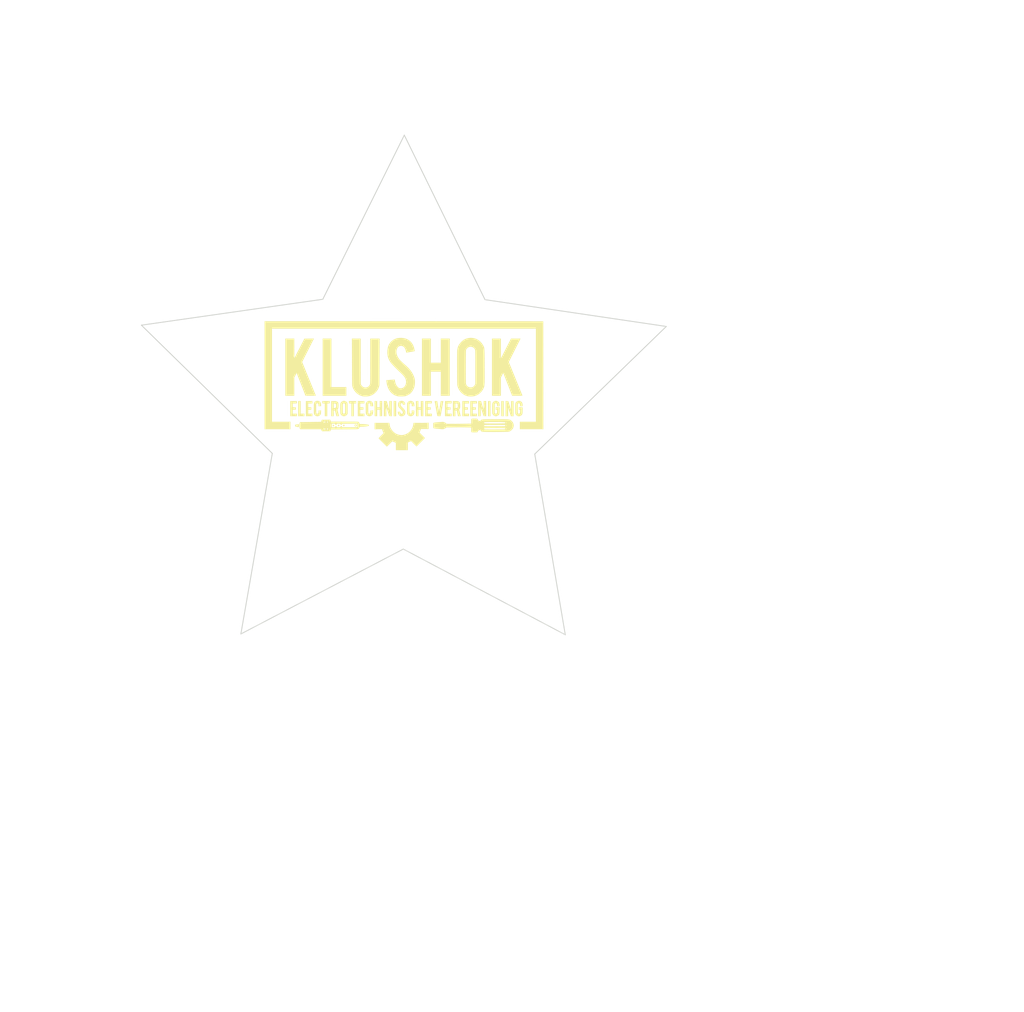
<source format=kicad_pcb>
(kicad_pcb (version 20171130) (host pcbnew "(5.1.9)-1")

  (general
    (thickness 1.6)
    (drawings 14)
    (tracks 0)
    (zones 0)
    (modules 2)
    (nets 1)
  )

  (page A4)
  (layers
    (0 F.Cu signal)
    (31 B.Cu signal)
    (32 B.Adhes user)
    (33 F.Adhes user)
    (34 B.Paste user)
    (35 F.Paste user)
    (36 B.SilkS user)
    (37 F.SilkS user)
    (38 B.Mask user)
    (39 F.Mask user)
    (40 Dwgs.User user)
    (41 Cmts.User user)
    (42 Eco1.User user)
    (43 Eco2.User user)
    (44 Edge.Cuts user)
    (45 Margin user)
    (46 B.CrtYd user)
    (47 F.CrtYd user)
    (48 B.Fab user)
    (49 F.Fab user)
  )

  (setup
    (last_trace_width 0.25)
    (trace_clearance 0.2)
    (zone_clearance 0.508)
    (zone_45_only no)
    (trace_min 0.2)
    (via_size 0.6)
    (via_drill 0.4)
    (via_min_size 0.4)
    (via_min_drill 0.3)
    (uvia_size 0.3)
    (uvia_drill 0.1)
    (uvias_allowed no)
    (uvia_min_size 0.2)
    (uvia_min_drill 0.1)
    (edge_width 0.15)
    (segment_width 0.2)
    (pcb_text_width 0.3)
    (pcb_text_size 1.5 1.5)
    (mod_edge_width 0.15)
    (mod_text_size 1 1)
    (mod_text_width 0.15)
    (pad_size 1.524 1.524)
    (pad_drill 0.762)
    (pad_to_mask_clearance 0.2)
    (aux_axis_origin 0 0)
    (visible_elements 7FFFFFFF)
    (pcbplotparams
      (layerselection 0x010f0_80000001)
      (usegerberextensions false)
      (usegerberattributes true)
      (usegerberadvancedattributes true)
      (creategerberjobfile true)
      (excludeedgelayer true)
      (linewidth 0.100000)
      (plotframeref false)
      (viasonmask false)
      (mode 1)
      (useauxorigin false)
      (hpglpennumber 1)
      (hpglpenspeed 20)
      (hpglpendiameter 15.000000)
      (psnegative false)
      (psa4output false)
      (plotreference true)
      (plotvalue true)
      (plotinvisibletext false)
      (padsonsilk false)
      (subtractmaskfromsilk false)
      (outputformat 1)
      (mirror false)
      (drillshape 1)
      (scaleselection 1)
      (outputdirectory "gerbers/"))
  )

  (net 0 "")

  (net_class Default "This is the default net class."
    (clearance 0.2)
    (trace_width 0.25)
    (via_dia 0.6)
    (via_drill 0.4)
    (uvia_dia 0.3)
    (uvia_drill 0.1)
  )

  (module LOGO (layer F.Cu) (tedit 0) (tstamp 6130C5A4)
    (at 42.5 42)
    (fp_text reference G*** (at 0 0) (layer F.SilkS) hide
      (effects (font (size 1.524 1.524) (thickness 0.3)))
    )
    (fp_text value LOGO (at 0.75 0) (layer F.SilkS) hide
      (effects (font (size 1.524 1.524) (thickness 0.3)))
    )
    (fp_poly (pts (xy -6.701589 4.224781) (xy -6.66554 4.257953) (xy -6.653352 4.307904) (xy -6.668343 4.350766)
      (xy -6.70765 4.374288) (xy -6.759092 4.381405) (xy -6.799541 4.369229) (xy -6.801555 4.367389)
      (xy -6.819631 4.324946) (xy -6.807905 4.277904) (xy -6.77524 4.238907) (xy -6.730498 4.220597)
      (xy -6.701589 4.224781)) (layer F.SilkS) (width 0.01))
    (fp_poly (pts (xy -7.278531 4.234833) (xy -7.245903 4.271229) (xy -7.243023 4.314132) (xy -7.255896 4.355624)
      (xy -7.290582 4.373741) (xy -7.316566 4.377415) (xy -7.368336 4.375133) (xy -7.393454 4.351314)
      (xy -7.396421 4.343355) (xy -7.400064 4.281827) (xy -7.374027 4.238512) (xy -7.327444 4.221818)
      (xy -7.278531 4.234833)) (layer F.SilkS) (width 0.01))
    (fp_poly (pts (xy -7.853307 4.248781) (xy -7.826926 4.28631) (xy -7.829306 4.3327) (xy -7.863145 4.374729)
      (xy -7.875359 4.382228) (xy -7.913585 4.390662) (xy -7.952341 4.366481) (xy -7.958666 4.360334)
      (xy -7.98573 4.311242) (xy -7.976516 4.266155) (xy -7.936224 4.237554) (xy -7.90575 4.233334)
      (xy -7.853307 4.248781)) (layer F.SilkS) (width 0.01))
    (fp_poly (pts (xy -5.348268 4.185718) (xy -5.312833 4.212167) (xy -5.275615 4.270645) (xy -5.279649 4.333131)
      (xy -5.30345 4.37679) (xy -5.349557 4.411556) (xy -5.412048 4.424283) (xy -5.47248 4.41367)
      (xy -5.504269 4.390956) (xy -5.524074 4.346576) (xy -5.530982 4.296834) (xy -5.418666 4.296834)
      (xy -5.410922 4.314256) (xy -5.404555 4.310945) (xy -5.402022 4.285825) (xy -5.404555 4.282722)
      (xy -5.417139 4.285628) (xy -5.418666 4.296834) (xy -5.530982 4.296834) (xy -5.531555 4.29271)
      (xy -5.514426 4.227657) (xy -5.470602 4.185355) (xy -5.411433 4.169982) (xy -5.348268 4.185718)) (layer F.SilkS) (width 0.01))
    (fp_poly (pts (xy 10.879967 -4.323291) (xy 10.880268 -3.20675) (xy 11.453077 -4.323291) (xy 12.025886 -5.439833)
      (xy 13.082261 -5.439833) (xy 12.425464 -4.130113) (xy 12.315637 -3.910943) (xy 12.211564 -3.70294)
      (xy 12.114775 -3.509183) (xy 12.026802 -3.332749) (xy 11.949174 -3.176718) (xy 11.883422 -3.044169)
      (xy 11.831076 -2.93818) (xy 11.793666 -2.861831) (xy 11.772724 -2.818199) (xy 11.768667 -2.808823)
      (xy 11.776491 -2.787996) (xy 11.799232 -2.730692) (xy 11.835789 -2.63962) (xy 11.885065 -2.51749)
      (xy 11.94596 -2.36701) (xy 12.017376 -2.190891) (xy 12.098212 -1.991841) (xy 12.187371 -1.772571)
      (xy 12.283753 -1.535789) (xy 12.386259 -1.284205) (xy 12.493791 -1.02053) (xy 12.530667 -0.93016)
      (xy 12.639672 -0.662877) (xy 12.744016 -0.406651) (xy 12.842597 -0.164203) (xy 12.934317 0.061744)
      (xy 13.018074 0.268467) (xy 13.092769 0.453242) (xy 13.157301 0.613348) (xy 13.210571 0.746062)
      (xy 13.251477 0.848661) (xy 13.27892 0.918421) (xy 13.2918 0.952621) (xy 13.292667 0.95564)
      (xy 13.272352 0.960499) (xy 13.214799 0.964438) (xy 13.125096 0.96734) (xy 13.008331 0.96909)
      (xy 12.869591 0.969571) (xy 12.718688 0.968715) (xy 12.144709 0.963084) (xy 11.765589 -0.010583)
      (xy 11.68574 -0.215634) (xy 11.606514 -0.419051) (xy 11.530054 -0.615331) (xy 11.458503 -0.798975)
      (xy 11.394005 -0.96448) (xy 11.338704 -1.106345) (xy 11.294743 -1.21907) (xy 11.267293 -1.289404)
      (xy 11.148115 -1.594558) (xy 11.014991 -1.331737) (xy 10.881866 -1.068916) (xy 10.880767 -0.047625)
      (xy 10.879667 0.973667) (xy 9.884834 0.973667) (xy 9.884834 -5.439833) (xy 10.879667 -5.439833)
      (xy 10.879967 -4.323291)) (layer F.SilkS) (width 0.01))
    (fp_poly (pts (xy 3.026834 -2.7305) (xy 4.148667 -2.7305) (xy 4.148667 -5.439833) (xy 5.1435 -5.439833)
      (xy 5.1435 0.973667) (xy 4.148667 0.973667) (xy 4.148667 -1.735666) (xy 3.026834 -1.735666)
      (xy 3.026834 0.973667) (xy 2.032 0.973667) (xy 2.032 -5.439833) (xy 3.026834 -5.439833)
      (xy 3.026834 -2.7305)) (layer F.SilkS) (width 0.01))
    (fp_poly (pts (xy -8.128 0) (xy -6.455833 0) (xy -6.455833 0.973667) (xy -9.101666 0.973667)
      (xy -9.101666 -5.439833) (xy -8.128 -5.439833) (xy -8.128 0)) (layer F.SilkS) (width 0.01))
    (fp_poly (pts (xy -10.751341 -4.133158) (xy -10.861418 -3.914146) (xy -10.965717 -3.706197) (xy -11.062704 -3.5124)
      (xy -11.150841 -3.335847) (xy -11.228592 -3.179627) (xy -11.294422 -3.04683) (xy -11.346793 -2.940546)
      (xy -11.384171 -2.863865) (xy -11.405018 -2.819878) (xy -11.408977 -2.810278) (xy -11.401125 -2.788878)
      (xy -11.378348 -2.731029) (xy -11.341753 -2.639462) (xy -11.292446 -2.516908) (xy -11.231535 -2.366098)
      (xy -11.160124 -2.189764) (xy -11.079321 -1.990636) (xy -10.990231 -1.771447) (xy -10.893962 -1.534927)
      (xy -10.79162 -1.283808) (xy -10.684311 -1.02082) (xy -10.654416 -0.947612) (xy -10.545701 -0.68129)
      (xy -10.441467 -0.425694) (xy -10.342841 -0.183596) (xy -10.250947 0.042229) (xy -10.166912 0.249005)
      (xy -10.091861 0.433958) (xy -10.02692 0.594315) (xy -9.973214 0.7273) (xy -9.931869 0.830138)
      (xy -9.904011 0.900056) (xy -9.890764 0.934279) (xy -9.889858 0.93697) (xy -9.889042 0.948049)
      (xy -9.896373 0.956615) (xy -9.916412 0.962925) (xy -9.953719 0.967235) (xy -10.012854 0.969798)
      (xy -10.098378 0.970871) (xy -10.214851 0.97071) (xy -10.366833 0.969569) (xy -10.456679 0.96872)
      (xy -11.033642 0.963084) (xy -11.452437 -0.111149) (xy -11.534215 -0.320937) (xy -11.613692 -0.524867)
      (xy -11.689098 -0.718394) (xy -11.758665 -0.896976) (xy -11.820622 -1.05607) (xy -11.873201 -1.191134)
      (xy -11.914632 -1.297625) (xy -11.943146 -1.371) (xy -11.950419 -1.38975) (xy -12.029605 -1.594119)
      (xy -12.162619 -1.331518) (xy -12.295634 -1.068916) (xy -12.296733 -0.047625) (xy -12.297833 0.973667)
      (xy -13.292666 0.973667) (xy -13.292666 -5.439833) (xy -12.298211 -5.439833) (xy -12.29273 -4.333927)
      (xy -12.28725 -3.228021) (xy -11.722359 -4.328635) (xy -11.157469 -5.42925) (xy -10.093561 -5.440566)
      (xy -10.751341 -4.133158)) (layer F.SilkS) (width 0.01))
    (fp_poly (pts (xy 7.713579 -5.507257) (xy 7.861215 -5.48683) (xy 7.916334 -5.473902) (xy 8.144906 -5.389773)
      (xy 8.359014 -5.268575) (xy 8.553494 -5.114537) (xy 8.723179 -4.931888) (xy 8.862906 -4.724858)
      (xy 8.8884 -4.677833) (xy 8.914559 -4.628234) (xy 8.937672 -4.584338) (xy 8.957934 -4.543344)
      (xy 8.975544 -4.502448) (xy 8.990697 -4.458849) (xy 9.003591 -4.409743) (xy 9.014422 -4.352328)
      (xy 9.023388 -4.283802) (xy 9.030684 -4.201362) (xy 9.036507 -4.102206) (xy 9.041054 -3.98353)
      (xy 9.044523 -3.842533) (xy 9.047109 -3.676412) (xy 9.04901 -3.482364) (xy 9.050422 -3.257587)
      (xy 9.051541 -2.999278) (xy 9.052566 -2.704635) (xy 9.053692 -2.370856) (xy 9.053869 -2.320791)
      (xy 9.055065 -1.973318) (xy 9.05595 -1.665409) (xy 9.056409 -1.394294) (xy 9.05633 -1.157202)
      (xy 9.055598 -0.951364) (xy 9.0541 -0.77401) (xy 9.051722 -0.622371) (xy 9.048351 -0.493677)
      (xy 9.043872 -0.385157) (xy 9.038173 -0.294044) (xy 9.031139 -0.217566) (xy 9.022658 -0.152954)
      (xy 9.012614 -0.097439) (xy 9.000895 -0.04825) (xy 8.987388 -0.002618) (xy 8.971977 0.042227)
      (xy 8.955043 0.087753) (xy 8.859062 0.285644) (xy 8.727368 0.473783) (xy 8.566476 0.645395)
      (xy 8.382904 0.793706) (xy 8.183166 0.911943) (xy 8.144945 0.929987) (xy 7.951304 0.998375)
      (xy 7.73548 1.040907) (xy 7.509674 1.056418) (xy 7.286091 1.043742) (xy 7.164917 1.023584)
      (xy 6.940969 0.955168) (xy 6.730338 0.849436) (xy 6.537164 0.710397) (xy 6.365587 0.542061)
      (xy 6.219745 0.348439) (xy 6.10378 0.133541) (xy 6.027374 -0.078306) (xy 6.019294 -0.10784)
      (xy 6.012201 -0.136985) (xy 6.006018 -0.168602) (xy 6.000668 -0.20555) (xy 5.996077 -0.250689)
      (xy 5.992166 -0.306878) (xy 5.98886 -0.376977) (xy 5.986083 -0.463845) (xy 5.983759 -0.570343)
      (xy 5.98181 -0.699329) (xy 5.980161 -0.853663) (xy 5.978735 -1.036205) (xy 5.977456 -1.249814)
      (xy 5.976248 -1.49735) (xy 5.975034 -1.781672) (xy 5.973821 -2.084916) (xy 5.973322 -2.242145)
      (xy 6.942785 -2.242145) (xy 6.94284 -1.916018) (xy 6.943079 -1.629545) (xy 6.943548 -1.38005)
      (xy 6.94429 -1.164855) (xy 6.945352 -0.981282) (xy 6.946777 -0.826653) (xy 6.94861 -0.698291)
      (xy 6.950896 -0.593517) (xy 6.95368 -0.509653) (xy 6.957006 -0.444023) (xy 6.96092 -0.393948)
      (xy 6.965466 -0.356751) (xy 6.970689 -0.329753) (xy 6.975007 -0.314793) (xy 7.040617 -0.184143)
      (xy 7.136715 -0.079629) (xy 7.257812 -0.005078) (xy 7.39842 0.035683) (xy 7.487253 0.042334)
      (xy 7.571319 0.037637) (xy 7.64907 0.025501) (xy 7.691011 0.013231) (xy 7.79492 -0.048892)
      (xy 7.890139 -0.139639) (xy 7.963062 -0.245585) (xy 7.972397 -0.264429) (xy 8.021753 -0.370416)
      (xy 8.02196 -2.230627) (xy 8.02183 -2.583338) (xy 8.021342 -2.895501) (xy 8.020472 -3.168898)
      (xy 8.019199 -3.405313) (xy 8.0175 -3.60653) (xy 8.015352 -3.774332) (xy 8.012732 -3.910503)
      (xy 8.009618 -4.016825) (xy 8.005988 -4.095082) (xy 8.001817 -4.147059) (xy 7.997274 -4.173922)
      (xy 7.954253 -4.2637) (xy 7.883739 -4.355337) (xy 7.79772 -4.435411) (xy 7.718912 -4.48556)
      (xy 7.593966 -4.524316) (xy 7.456154 -4.530549) (xy 7.319191 -4.504687) (xy 7.236512 -4.470554)
      (xy 7.128662 -4.395966) (xy 7.038926 -4.298731) (xy 6.977501 -4.190755) (xy 6.964799 -4.153424)
      (xy 6.960421 -4.115754) (xy 6.956511 -4.036327) (xy 6.953077 -3.915714) (xy 6.950124 -3.754489)
      (xy 6.94766 -3.553223) (xy 6.945691 -3.31249) (xy 6.944222 -3.032862) (xy 6.943263 -2.714912)
      (xy 6.942817 -2.359212) (xy 6.942785 -2.242145) (xy 5.973322 -2.242145) (xy 5.972591 -2.471741)
      (xy 5.97211 -2.819984) (xy 5.972374 -3.129175) (xy 5.973379 -3.398841) (xy 5.975121 -3.628513)
      (xy 5.977598 -3.817717) (xy 5.980806 -3.965985) (xy 5.984741 -4.072843) (xy 5.989139 -4.135475)
      (xy 6.023922 -4.352604) (xy 6.080869 -4.543806) (xy 6.164497 -4.718328) (xy 6.279318 -4.885419)
      (xy 6.429848 -5.054329) (xy 6.445245 -5.069879) (xy 6.590724 -5.203812) (xy 6.732866 -5.307097)
      (xy 6.885123 -5.387945) (xy 7.060948 -5.454572) (xy 7.090834 -5.464048) (xy 7.222133 -5.493239)
      (xy 7.379429 -5.510287) (xy 7.548114 -5.515018) (xy 7.713579 -5.507257)) (layer F.SilkS) (width 0.01))
    (fp_poly (pts (xy -0.150494 -5.506155) (xy 0.012383 -5.486229) (xy 0.108705 -5.465363) (xy 0.342193 -5.381249)
      (xy 0.552477 -5.26272) (xy 0.737198 -5.112206) (xy 0.893997 -4.93214) (xy 1.020514 -4.724952)
      (xy 1.11439 -4.493072) (xy 1.140085 -4.402666) (xy 1.162448 -4.307697) (xy 1.182162 -4.21201)
      (xy 1.194829 -4.13717) (xy 1.209268 -4.030423) (xy 0.265166 -3.861119) (xy 0.23053 -4.0322)
      (xy 0.177915 -4.222527) (xy 0.104573 -4.377373) (xy 0.011009 -4.496137) (xy -0.102271 -4.578214)
      (xy -0.234764 -4.623) (xy -0.267706 -4.627939) (xy -0.409247 -4.625867) (xy -0.53466 -4.585653)
      (xy -0.641972 -4.509049) (xy -0.729212 -4.397811) (xy -0.794406 -4.253692) (xy -0.826494 -4.131028)
      (xy -0.84363 -3.935076) (xy -0.819769 -3.732971) (xy -0.755503 -3.526465) (xy -0.651426 -3.317307)
      (xy -0.50813 -3.107247) (xy -0.45917 -3.046227) (xy -0.40766 -2.989914) (xy -0.330499 -2.913018)
      (xy -0.234571 -2.822039) (xy -0.126764 -2.723474) (xy -0.013962 -2.623824) (xy 0.013438 -2.600168)
      (xy 0.247121 -2.393017) (xy 0.447268 -2.200902) (xy 0.617726 -2.018996) (xy 0.762342 -1.842468)
      (xy 0.884962 -1.666489) (xy 0.989435 -1.486231) (xy 1.079606 -1.296865) (xy 1.110156 -1.223421)
      (xy 1.177793 -1.035731) (xy 1.220884 -0.864996) (xy 1.242131 -0.695768) (xy 1.244232 -0.512601)
      (xy 1.242311 -0.467273) (xy 1.228458 -0.288373) (xy 1.204191 -0.135457) (xy 1.165488 0.007339)
      (xy 1.108323 0.155877) (xy 1.05452 0.273117) (xy 0.931014 0.485783) (xy 0.780932 0.6655)
      (xy 0.604168 0.812356) (xy 0.40062 0.926439) (xy 0.179917 1.005207) (xy 0.083547 1.024057)
      (xy -0.04266 1.038086) (xy -0.186448 1.046969) (xy -0.335561 1.050381) (xy -0.477741 1.047996)
      (xy -0.600733 1.039487) (xy -0.677333 1.027998) (xy -0.92108 0.956235) (xy -1.141304 0.849527)
      (xy -1.337381 0.708534) (xy -1.50869 0.533915) (xy -1.654605 0.326331) (xy -1.774505 0.086442)
      (xy -1.867766 -0.185094) (xy -1.8851 -0.250824) (xy -1.899819 -0.317948) (xy -1.915627 -0.403326)
      (xy -1.931146 -0.497471) (xy -1.944993 -0.590899) (xy -1.955788 -0.674126) (xy -1.962151 -0.737667)
      (xy -1.9627 -0.772038) (xy -1.96145 -0.775307) (xy -1.940264 -0.777423) (xy -1.883473 -0.781661)
      (xy -1.797726 -0.787561) (xy -1.689672 -0.794668) (xy -1.566333 -0.802499) (xy -1.435988 -0.811002)
      (xy -1.314976 -0.819564) (xy -1.211768 -0.827534) (xy -1.134831 -0.834263) (xy -1.095375 -0.838672)
      (xy -1.043659 -0.843979) (xy -1.021282 -0.834112) (xy -1.015956 -0.8016) (xy -1.015852 -0.790319)
      (xy -1.00801 -0.713818) (xy -0.987188 -0.611492) (xy -0.957 -0.496461) (xy -0.92106 -0.381843)
      (xy -0.882983 -0.28076) (xy -0.863824 -0.23848) (xy -0.801631 -0.136221) (xy -0.721438 -0.038907)
      (xy -0.632698 0.044211) (xy -0.544868 0.10388) (xy -0.49124 0.126131) (xy -0.346735 0.146421)
      (xy -0.209271 0.128366) (xy -0.082727 0.075836) (xy 0.029018 -0.007299) (xy 0.122084 -0.117169)
      (xy 0.192592 -0.249905) (xy 0.236663 -0.401635) (xy 0.250418 -0.56849) (xy 0.24867 -0.612035)
      (xy 0.235438 -0.73836) (xy 0.210856 -0.852993) (xy 0.171651 -0.961334) (xy 0.114549 -1.068782)
      (xy 0.036274 -1.180737) (xy -0.066446 -1.302601) (xy -0.196887 -1.439772) (xy -0.335917 -1.576198)
      (xy -0.562233 -1.794298) (xy -0.759682 -1.986582) (xy -0.930676 -2.155765) (xy -1.077627 -2.304556)
      (xy -1.202945 -2.435669) (xy -1.309044 -2.551816) (xy -1.398333 -2.655708) (xy -1.473226 -2.750058)
      (xy -1.536133 -2.837578) (xy -1.589466 -2.920979) (xy -1.635637 -3.002975) (xy -1.67521 -3.082353)
      (xy -1.750632 -3.262541) (xy -1.802853 -3.439089) (xy -1.834504 -3.624764) (xy -1.848219 -3.832329)
      (xy -1.84927 -3.926416) (xy -1.836089 -4.196114) (xy -1.796376 -4.435975) (xy -1.728392 -4.650477)
      (xy -1.630396 -4.844098) (xy -1.500648 -5.021315) (xy -1.371807 -5.155234) (xy -1.208687 -5.286217)
      (xy -1.029866 -5.38624) (xy -0.824428 -5.461355) (xy -0.814173 -5.464306) (xy -0.674283 -5.492969)
      (xy -0.507754 -5.509508) (xy -0.328515 -5.513909) (xy -0.150494 -5.506155)) (layer F.SilkS) (width 0.01))
    (fp_poly (pts (xy -4.847048 -2.915708) (xy -4.846847 -2.494081) (xy -4.846286 -2.107317) (xy -4.845373 -1.756155)
      (xy -4.844114 -1.441333) (xy -4.842514 -1.163586) (xy -4.84058 -0.923652) (xy -4.838318 -0.722269)
      (xy -4.835734 -0.560174) (xy -4.832833 -0.438104) (xy -4.829623 -0.356796) (xy -4.826109 -0.316987)
      (xy -4.825631 -0.314903) (xy -4.789892 -0.238323) (xy -4.727965 -0.1537) (xy -4.650755 -0.073395)
      (xy -4.569164 -0.009771) (xy -4.542964 0.005548) (xy -4.441836 0.040311) (xy -4.322044 0.053706)
      (xy -4.200669 0.045695) (xy -4.094791 0.016245) (xy -4.074583 0.006518) (xy -3.95285 -0.081004)
      (xy -3.854448 -0.197498) (xy -3.811662 -0.275166) (xy -3.805197 -0.290107) (xy -3.799413 -0.306314)
      (xy -3.794272 -0.326106) (xy -3.789735 -0.3518) (xy -3.785764 -0.385716) (xy -3.78232 -0.430171)
      (xy -3.779366 -0.487486) (xy -3.776863 -0.559977) (xy -3.774772 -0.649964) (xy -3.773056 -0.759765)
      (xy -3.771675 -0.891699) (xy -3.770591 -1.048084) (xy -3.769767 -1.231238) (xy -3.769163 -1.443481)
      (xy -3.768742 -1.687131) (xy -3.768464 -1.964505) (xy -3.768292 -2.277924) (xy -3.768186 -2.629705)
      (xy -3.768131 -2.905125) (xy -3.767666 -5.439833) (xy -2.729227 -5.439833) (xy -2.735425 -2.831041)
      (xy -2.741623 -0.22225) (xy -2.788385 -0.05714) (xy -2.856093 0.138316) (xy -2.944217 0.309505)
      (xy -3.060174 0.468912) (xy -3.174609 0.592997) (xy -3.354007 0.753939) (xy -3.534705 0.876425)
      (xy -3.72452 0.96383) (xy -3.931267 1.019528) (xy -4.162765 1.046892) (xy -4.233333 1.049943)
      (xy -4.411325 1.050495) (xy -4.552041 1.040847) (xy -4.624916 1.028602) (xy -4.86056 0.953559)
      (xy -5.07926 0.841816) (xy -5.277391 0.696855) (xy -5.451326 0.52216) (xy -5.59744 0.321215)
      (xy -5.712108 0.097502) (xy -5.772689 -0.074083) (xy -5.778184 -0.095249) (xy -5.783125 -0.1205)
      (xy -5.787547 -0.152129) (xy -5.791486 -0.192428) (xy -5.794979 -0.243689) (xy -5.79806 -0.308203)
      (xy -5.800767 -0.388263) (xy -5.803135 -0.48616) (xy -5.805201 -0.604186) (xy -5.806999 -0.744633)
      (xy -5.808566 -0.909793) (xy -5.809939 -1.101957) (xy -5.811152 -1.323418) (xy -5.812243 -1.576467)
      (xy -5.813246 -1.863397) (xy -5.814198 -2.186499) (xy -5.815136 -2.548065) (xy -5.815791 -2.820458)
      (xy -5.82195 -5.439833) (xy -4.847166 -5.439833) (xy -4.847048 -2.915708)) (layer F.SilkS) (width 0.01))
    (fp_poly (pts (xy 11.561601 1.570698) (xy 11.714369 1.576917) (xy 11.867079 2.084917) (xy 12.019788 2.592917)
      (xy 12.021227 2.079625) (xy 12.022667 1.566334) (xy 12.297834 1.566334) (xy 12.297834 3.259667)
      (xy 12.009103 3.259667) (xy 11.687777 2.275417) (xy 11.685889 2.767542) (xy 11.684 3.259667)
      (xy 11.408834 3.259667) (xy 11.408834 1.564479) (xy 11.561601 1.570698)) (layer F.SilkS) (width 0.01))
    (fp_poly (pts (xy 11.197167 3.259667) (xy 11.073695 3.259667) (xy 11.004776 3.257418) (xy 10.954125 3.251599)
      (xy 10.936111 3.245556) (xy 10.933003 3.221958) (xy 10.930132 3.160649) (xy 10.927574 3.066248)
      (xy 10.925408 2.943378) (xy 10.92371 2.796659) (xy 10.922557 2.630713) (xy 10.922027 2.45016)
      (xy 10.922 2.398889) (xy 10.922 1.566334) (xy 11.197167 1.566334) (xy 11.197167 3.259667)) (layer F.SilkS) (width 0.01))
    (fp_poly (pts (xy 9.7155 3.259667) (xy 9.440334 3.259667) (xy 9.440334 1.566334) (xy 9.7155 1.566334)
      (xy 9.7155 3.259667)) (layer F.SilkS) (width 0.01))
    (fp_poly (pts (xy 8.950452 2.57175) (xy 8.9535 1.566334) (xy 9.228667 1.566334) (xy 9.228667 3.261601)
      (xy 9.086348 3.255342) (xy 8.94403 3.249084) (xy 8.618416 2.25425) (xy 8.616625 2.756959)
      (xy 8.614834 3.259667) (xy 8.339667 3.259667) (xy 8.339667 1.566334) (xy 8.64985 1.566334)
      (xy 8.950452 2.57175)) (layer F.SilkS) (width 0.01))
    (fp_poly (pts (xy 8.1915 1.8415) (xy 7.725834 1.8415) (xy 7.725834 2.264834) (xy 8.0645 2.264834)
      (xy 8.0645 2.54) (xy 7.725834 2.54) (xy 7.725834 2.9845) (xy 8.1915 2.9845)
      (xy 8.1915 3.259667) (xy 7.450667 3.259667) (xy 7.450667 1.566334) (xy 8.1915 1.566334)
      (xy 8.1915 1.8415)) (layer F.SilkS) (width 0.01))
    (fp_poly (pts (xy 7.3025 1.8415) (xy 6.836834 1.8415) (xy 6.836834 2.264834) (xy 7.1755 2.264834)
      (xy 7.1755 2.54) (xy 6.836834 2.54) (xy 6.836834 2.9845) (xy 7.3025 2.9845)
      (xy 7.3025 3.259667) (xy 6.561667 3.259667) (xy 6.561667 1.566334) (xy 7.3025 1.566334)
      (xy 7.3025 1.8415)) (layer F.SilkS) (width 0.01))
    (fp_poly (pts (xy 5.889577 1.5673) (xy 5.974725 1.570998) (xy 6.036959 1.578625) (xy 6.085971 1.591381)
      (xy 6.131459 1.610463) (xy 6.132359 1.610898) (xy 6.197403 1.649183) (xy 6.244674 1.696225)
      (xy 6.276751 1.758917) (xy 6.296209 1.844155) (xy 6.305628 1.958834) (xy 6.307667 2.079821)
      (xy 6.307173 2.190226) (xy 6.304604 2.267975) (xy 6.29833 2.322741) (xy 6.286721 2.364198)
      (xy 6.268147 2.402021) (xy 6.247788 2.435206) (xy 6.187908 2.529417) (xy 6.279401 2.878667)
      (xy 6.309521 2.994502) (xy 6.335483 3.09599) (xy 6.355523 3.176091) (xy 6.367872 3.227768)
      (xy 6.37103 3.243792) (xy 6.351738 3.251665) (xy 6.300894 3.257344) (xy 6.229264 3.25966)
      (xy 6.225069 3.259667) (xy 6.078972 3.259667) (xy 6.022829 3.01824) (xy 5.99112 2.881883)
      (xy 5.96699 2.781262) (xy 5.948081 2.710959) (xy 5.932038 2.665559) (xy 5.916504 2.639645)
      (xy 5.899123 2.627802) (xy 5.877537 2.624613) (xy 5.851589 2.624667) (xy 5.7785 2.624667)
      (xy 5.7785 3.259667) (xy 5.503334 3.259667) (xy 5.503334 1.8415) (xy 5.7785 1.8415)
      (xy 5.7785 2.3495) (xy 5.87375 2.3495) (xy 5.955482 2.339816) (xy 6.009962 2.308519)
      (xy 6.011334 2.307167) (xy 6.033127 2.278497) (xy 6.046038 2.239203) (xy 6.05218 2.178548)
      (xy 6.053667 2.091875) (xy 6.050086 1.984514) (xy 6.036283 1.912455) (xy 6.007671 1.86904)
      (xy 5.95966 1.847615) (xy 5.887662 1.841524) (xy 5.881053 1.8415) (xy 5.7785 1.8415)
      (xy 5.503334 1.8415) (xy 5.503334 1.566334) (xy 5.771817 1.566334) (xy 5.889577 1.5673)) (layer F.SilkS) (width 0.01))
    (fp_poly (pts (xy 5.350885 1.698625) (xy 5.344584 1.830917) (xy 5.117042 1.836925) (xy 4.8895 1.842932)
      (xy 4.8895 2.264834) (xy 5.228167 2.264834) (xy 5.228167 2.54) (xy 4.8895 2.54)
      (xy 4.8895 2.9845) (xy 5.355167 2.9845) (xy 5.355167 3.259667) (xy 4.614334 3.259667)
      (xy 4.614334 1.566334) (xy 5.357187 1.566334) (xy 5.350885 1.698625)) (layer F.SilkS) (width 0.01))
    (fp_poly (pts (xy 4.41547 1.623531) (xy 4.408998 1.657445) (xy 4.395925 1.72796) (xy 4.377174 1.830015)
      (xy 4.353672 1.958554) (xy 4.326343 2.108517) (xy 4.296112 2.274845) (xy 4.263904 2.452481)
      (xy 4.263391 2.455312) (xy 4.231414 2.63089) (xy 4.201482 2.79332) (xy 4.174491 2.937893)
      (xy 4.151334 3.059903) (xy 4.132905 3.154642) (xy 4.120099 3.217404) (xy 4.113808 3.243479)
      (xy 4.11366 3.24377) (xy 4.087238 3.253966) (xy 4.031917 3.25947) (xy 3.960133 3.260649)
      (xy 3.884323 3.257871) (xy 3.816921 3.251505) (xy 3.770364 3.241919) (xy 3.756724 3.233209)
      (xy 3.750965 3.207002) (xy 3.738742 3.143865) (xy 3.720928 3.048556) (xy 3.698396 2.925836)
      (xy 3.672021 2.780467) (xy 3.642675 2.617209) (xy 3.611233 2.440823) (xy 3.608174 2.423584)
      (xy 3.576497 2.245667) (xy 3.546776 2.079965) (xy 3.519898 1.931323) (xy 3.496748 1.804586)
      (xy 3.47821 1.704598) (xy 3.465171 1.636204) (xy 3.458516 1.604249) (xy 3.458275 1.603375)
      (xy 3.457094 1.583998) (xy 3.473286 1.572813) (xy 3.514977 1.567649) (xy 3.59029 1.566337)
      (xy 3.596907 1.566334) (xy 3.670288 1.56839) (xy 3.723571 1.573806) (xy 3.746121 1.581452)
      (xy 3.74628 1.582209) (xy 3.74944 1.610969) (xy 3.758445 1.67444) (xy 3.772204 1.765843)
      (xy 3.789628 1.878397) (xy 3.809624 2.005323) (xy 3.831102 2.139841) (xy 3.85297 2.275172)
      (xy 3.874139 2.404535) (xy 3.893516 2.521151) (xy 3.910012 2.618241) (xy 3.922535 2.689024)
      (xy 3.929993 2.726721) (xy 3.931055 2.7305) (xy 3.937464 2.718826) (xy 3.949516 2.670223)
      (xy 3.966254 2.589582) (xy 3.986721 2.481789) (xy 4.009963 2.351734) (xy 4.035022 2.204304)
      (xy 4.040756 2.169584) (xy 4.138125 1.576917) (xy 4.427641 1.564313) (xy 4.41547 1.623531)) (layer F.SilkS) (width 0.01))
    (fp_poly (pts (xy 3.128385 1.698625) (xy 3.122084 1.830917) (xy 2.894542 1.836925) (xy 2.667 1.842932)
      (xy 2.667 2.264834) (xy 3.005667 2.264834) (xy 3.005667 2.54) (xy 2.667 2.54)
      (xy 2.667 2.9845) (xy 3.132667 2.9845) (xy 3.132667 3.259667) (xy 2.391834 3.259667)
      (xy 2.391834 1.566334) (xy 3.134687 1.566334) (xy 3.128385 1.698625)) (layer F.SilkS) (width 0.01))
    (fp_poly (pts (xy 1.629834 2.264834) (xy 1.905 2.264834) (xy 1.905 1.566334) (xy 2.180167 1.566334)
      (xy 2.180167 3.261687) (xy 2.047875 3.255385) (xy 1.915584 3.249084) (xy 1.90978 2.894542)
      (xy 1.903977 2.54) (xy 1.629834 2.54) (xy 1.629834 3.259667) (xy 1.506361 3.259667)
      (xy 1.437442 3.257418) (xy 1.386792 3.251599) (xy 1.368778 3.245556) (xy 1.36567 3.221958)
      (xy 1.362798 3.160649) (xy 1.360241 3.066248) (xy 1.358075 2.943378) (xy 1.356377 2.796659)
      (xy 1.355224 2.630713) (xy 1.354693 2.45016) (xy 1.354667 2.398889) (xy 1.354667 1.566334)
      (xy 1.629834 1.566334) (xy 1.629834 2.264834)) (layer F.SilkS) (width 0.01))
    (fp_poly (pts (xy -0.867833 3.259667) (xy -1.143 3.259667) (xy -1.143 1.566334) (xy -0.867833 1.566334)
      (xy -0.867833 3.259667)) (layer F.SilkS) (width 0.01))
    (fp_poly (pts (xy -1.783182 2.069042) (xy -1.632882 2.57175) (xy -1.631357 2.069042) (xy -1.629833 1.566334)
      (xy -1.354666 1.566334) (xy -1.354666 3.261601) (xy -1.496985 3.255342) (xy -1.639303 3.249084)
      (xy -1.964917 2.25425) (xy -1.966709 2.756959) (xy -1.9685 3.259667) (xy -2.243666 3.259667)
      (xy -2.243666 1.566334) (xy -1.933483 1.566334) (xy -1.783182 2.069042)) (layer F.SilkS) (width 0.01))
    (fp_poly (pts (xy -3.005666 2.264834) (xy -2.709333 2.264834) (xy -2.709333 1.566334) (xy -2.433681 1.566334)
      (xy -2.439215 2.407709) (xy -2.44475 3.249084) (xy -2.577041 3.255385) (xy -2.709333 3.261687)
      (xy -2.709333 2.54) (xy -3.005666 2.54) (xy -3.005666 3.259667) (xy -3.129139 3.259667)
      (xy -3.198058 3.257418) (xy -3.248708 3.251599) (xy -3.266722 3.245556) (xy -3.26983 3.221958)
      (xy -3.272702 3.160649) (xy -3.275259 3.066248) (xy -3.277425 2.943378) (xy -3.279123 2.796659)
      (xy -3.280276 2.630713) (xy -3.280807 2.45016) (xy -3.280833 2.398889) (xy -3.280833 1.566334)
      (xy -3.005666 1.566334) (xy -3.005666 2.264834)) (layer F.SilkS) (width 0.01))
    (fp_poly (pts (xy -4.428115 1.698625) (xy -4.434416 1.830917) (xy -4.661958 1.836925) (xy -4.8895 1.842932)
      (xy -4.8895 2.264834) (xy -4.550833 2.264834) (xy -4.550833 2.54) (xy -4.8895 2.54)
      (xy -4.8895 2.9845) (xy -4.423833 2.9845) (xy -4.423833 3.259667) (xy -5.164666 3.259667)
      (xy -5.164666 1.566334) (xy -4.421813 1.566334) (xy -4.428115 1.698625)) (layer F.SilkS) (width 0.01))
    (fp_poly (pts (xy -5.355166 1.8415) (xy -5.609166 1.8415) (xy -5.609166 3.259667) (xy -5.884333 3.259667)
      (xy -5.884333 1.84352) (xy -6.016625 1.837219) (xy -6.148916 1.830917) (xy -6.155218 1.698625)
      (xy -6.16152 1.566334) (xy -5.355166 1.566334) (xy -5.355166 1.8415)) (layer F.SilkS) (width 0.01))
    (fp_poly (pts (xy -7.868708 1.566682) (xy -7.751296 1.567514) (xy -7.6672 1.570458) (xy -7.607417 1.576695)
      (xy -7.56294 1.587405) (xy -7.524762 1.603768) (xy -7.505455 1.614307) (xy -7.438589 1.661413)
      (xy -7.390753 1.71929) (xy -7.359262 1.795149) (xy -7.341434 1.896202) (xy -7.334585 2.029658)
      (xy -7.334269 2.074334) (xy -7.334914 2.181219) (xy -7.338131 2.256552) (xy -7.345812 2.311109)
      (xy -7.359849 2.355666) (xy -7.382133 2.400999) (xy -7.395927 2.425521) (xy -7.457604 2.533292)
      (xy -7.369469 2.885461) (xy -7.340576 3.001519) (xy -7.315661 3.102772) (xy -7.2964 3.182304)
      (xy -7.28447 3.233204) (xy -7.281333 3.248648) (xy -7.300685 3.254152) (xy -7.351495 3.258102)
      (xy -7.422892 3.259665) (xy -7.425139 3.259667) (xy -7.568945 3.259667) (xy -7.629498 3.010959)
      (xy -7.66226 2.87604) (xy -7.686908 2.776708) (xy -7.705846 2.707547) (xy -7.721478 2.663138)
      (xy -7.736208 2.638063) (xy -7.752441 2.626904) (xy -7.772581 2.624243) (xy -7.799032 2.624662)
      (xy -7.800911 2.624667) (xy -7.874 2.624667) (xy -7.874 3.259667) (xy -8.149166 3.259667)
      (xy -8.149166 1.8415) (xy -7.874 1.8415) (xy -7.874 2.3495) (xy -7.77875 2.3495)
      (xy -7.697018 2.339816) (xy -7.642538 2.308519) (xy -7.641166 2.307167) (xy -7.619373 2.278497)
      (xy -7.606462 2.239203) (xy -7.60032 2.178548) (xy -7.598833 2.091875) (xy -7.602414 1.984514)
      (xy -7.616217 1.912455) (xy -7.644829 1.86904) (xy -7.69284 1.847615) (xy -7.764838 1.841524)
      (xy -7.771447 1.8415) (xy -7.874 1.8415) (xy -8.149166 1.8415) (xy -8.149166 1.566334)
      (xy -7.868708 1.566682)) (layer F.SilkS) (width 0.01))
    (fp_poly (pts (xy -8.322781 1.698625) (xy -8.329083 1.830917) (xy -8.461375 1.837219) (xy -8.593666 1.84352)
      (xy -8.593666 3.259667) (xy -8.868833 3.259667) (xy -8.868833 1.84352) (xy -9.001125 1.837219)
      (xy -9.133416 1.830917) (xy -9.139718 1.698625) (xy -9.14602 1.566334) (xy -8.31648 1.566334)
      (xy -8.322781 1.698625)) (layer F.SilkS) (width 0.01))
    (fp_poly (pts (xy -10.265833 1.8415) (xy -10.7315 1.8415) (xy -10.7315 2.264834) (xy -10.392833 2.264834)
      (xy -10.392833 2.54) (xy -10.7315 2.54) (xy -10.7315 2.9845) (xy -10.265833 2.9845)
      (xy -10.265833 3.259667) (xy -10.9855 3.259667) (xy -10.9855 1.566334) (xy -10.265833 1.566334)
      (xy -10.265833 1.8415)) (layer F.SilkS) (width 0.01))
    (fp_poly (pts (xy -11.578166 2.9845) (xy -11.154833 2.9845) (xy -11.154833 3.259667) (xy -11.853333 3.259667)
      (xy -11.853333 1.566334) (xy -11.578166 1.566334) (xy -11.578166 2.9845)) (layer F.SilkS) (width 0.01))
    (fp_poly (pts (xy -12.005781 1.698625) (xy -12.012083 1.830917) (xy -12.239625 1.836925) (xy -12.467166 1.842932)
      (xy -12.467166 2.264834) (xy -12.1285 2.264834) (xy -12.1285 2.54) (xy -12.467166 2.54)
      (xy -12.467166 2.9845) (xy -12.0015 2.9845) (xy -12.0015 3.259667) (xy -12.742333 3.259667)
      (xy -12.742333 1.566334) (xy -11.99948 1.566334) (xy -12.005781 1.698625)) (layer F.SilkS) (width 0.01))
    (fp_poly (pts (xy 13.024764 1.554425) (xy 13.075029 1.574447) (xy 13.125575 1.604745) (xy 13.218532 1.684116)
      (xy 13.278988 1.784132) (xy 13.309233 1.909552) (xy 13.313834 1.99635) (xy 13.313834 2.137834)
      (xy 13.038667 2.137834) (xy 13.038667 2.023762) (xy 13.026848 1.929437) (xy 12.995003 1.859137)
      (xy 12.94855 1.817109) (xy 12.892907 1.807601) (xy 12.833492 1.834859) (xy 12.816769 1.849807)
      (xy 12.7635 1.903076) (xy 12.7635 2.396745) (xy 12.763959 2.569806) (xy 12.766055 2.705153)
      (xy 12.770871 2.807404) (xy 12.779485 2.881174) (xy 12.792979 2.93108) (xy 12.812433 2.961738)
      (xy 12.838928 2.977765) (xy 12.873544 2.983776) (xy 12.901084 2.9845) (xy 12.959742 2.975808)
      (xy 12.999977 2.946049) (xy 13.024611 2.889702) (xy 13.036463 2.801245) (xy 13.038667 2.715207)
      (xy 13.038667 2.54) (xy 12.8905 2.54) (xy 12.8905 2.264834) (xy 13.313834 2.264834)
      (xy 13.313369 2.608792) (xy 13.312481 2.743842) (xy 13.309757 2.844309) (xy 13.304479 2.917928)
      (xy 13.295928 2.972433) (xy 13.283387 3.01556) (xy 13.273339 3.039874) (xy 13.205579 3.13981)
      (xy 13.10767 3.215224) (xy 12.995909 3.257949) (xy 12.933847 3.27181) (xy 12.898696 3.277265)
      (xy 12.87616 3.275613) (xy 12.85875 3.270431) (xy 12.823558 3.260888) (xy 12.779763 3.250629)
      (xy 12.715919 3.222023) (xy 12.644225 3.168337) (xy 12.578071 3.101113) (xy 12.534877 3.039566)
      (xy 12.523945 3.015085) (xy 12.515438 2.982885) (xy 12.509063 2.937781) (xy 12.504529 2.874591)
      (xy 12.501542 2.78813) (xy 12.49981 2.673215) (xy 12.49904 2.524661) (xy 12.498917 2.402417)
      (xy 12.49914 2.219901) (xy 12.500565 2.074373) (xy 12.504323 1.960488) (xy 12.511547 1.872902)
      (xy 12.523367 1.806269) (xy 12.540916 1.755245) (xy 12.565326 1.714484) (xy 12.597729 1.678642)
      (xy 12.639255 1.642373) (xy 12.664152 1.622119) (xy 12.716768 1.584797) (xy 12.769102 1.56353)
      (xy 12.838017 1.552813) (xy 12.886402 1.549561) (xy 12.967775 1.547488) (xy 13.024764 1.554425)) (layer F.SilkS) (width 0.01))
    (fp_poly (pts (xy 10.397912 1.551013) (xy 10.514891 1.589517) (xy 10.544389 1.606266) (xy 10.636762 1.684774)
      (xy 10.696933 1.784753) (xy 10.727011 1.9106) (xy 10.7315 1.99635) (xy 10.7315 2.137834)
      (xy 10.456334 2.137834) (xy 10.456334 2.023762) (xy 10.444271 1.927558) (xy 10.411399 1.857218)
      (xy 10.362686 1.816854) (xy 10.303104 1.810577) (xy 10.237623 1.842498) (xy 10.237409 1.842666)
      (xy 10.181167 1.886906) (xy 10.181167 2.400673) (xy 10.18139 2.562384) (xy 10.182307 2.68704)
      (xy 10.184291 2.779921) (xy 10.187714 2.846303) (xy 10.192948 2.891464) (xy 10.200366 2.920683)
      (xy 10.210339 2.939237) (xy 10.219875 2.94947) (xy 10.268933 2.974983) (xy 10.324508 2.9845)
      (xy 10.381097 2.974945) (xy 10.419948 2.942791) (xy 10.443623 2.882802) (xy 10.454684 2.789743)
      (xy 10.456334 2.715207) (xy 10.456334 2.54) (xy 10.308167 2.54) (xy 10.308167 2.264834)
      (xy 10.7315 2.264834) (xy 10.731035 2.608792) (xy 10.728982 2.766535) (xy 10.722128 2.888736)
      (xy 10.708709 2.982076) (xy 10.686964 3.053236) (xy 10.65513 3.108898) (xy 10.611443 3.155742)
      (xy 10.579921 3.181549) (xy 10.526528 3.212924) (xy 10.455591 3.243306) (xy 10.383041 3.267032)
      (xy 10.32481 3.278438) (xy 10.308167 3.278149) (xy 10.282114 3.2725) (xy 10.234279 3.261223)
      (xy 10.234084 3.261176) (xy 10.12108 3.213846) (xy 10.024287 3.135017) (xy 9.953596 3.034137)
      (xy 9.92844 2.969204) (xy 9.921754 2.923859) (xy 9.915935 2.843006) (xy 9.911252 2.733465)
      (xy 9.90797 2.602056) (xy 9.906357 2.455601) (xy 9.906236 2.402417) (xy 9.907206 2.252328)
      (xy 9.909938 2.114916) (xy 9.914165 1.997) (xy 9.919619 1.905401) (xy 9.926034 1.84694)
      (xy 9.92844 1.83563) (xy 9.968739 1.74781) (xy 10.034113 1.663113) (xy 10.111536 1.596681)
      (xy 10.153698 1.573764) (xy 10.272313 1.545329) (xy 10.397912 1.551013)) (layer F.SilkS) (width 0.01))
    (fp_poly (pts (xy 0.79651 1.549172) (xy 0.924593 1.573579) (xy 1.025931 1.629408) (xy 1.101388 1.717649)
      (xy 1.151829 1.83929) (xy 1.177185 1.984753) (xy 1.191413 2.137834) (xy 0.89102 2.137834)
      (xy 0.884719 2.007708) (xy 0.878549 1.931601) (xy 0.865967 1.884222) (xy 0.842062 1.851996)
      (xy 0.822638 1.836055) (xy 0.778704 1.809165) (xy 0.741579 1.809001) (xy 0.707116 1.823306)
      (xy 0.659368 1.86056) (xy 0.632714 1.905) (xy 0.628172 1.941703) (xy 0.623993 2.013465)
      (xy 0.620425 2.11301) (xy 0.617717 2.233063) (xy 0.616117 2.36635) (xy 0.615943 2.395747)
      (xy 0.615996 2.569718) (xy 0.61879 2.705922) (xy 0.625465 2.808896) (xy 0.637164 2.883175)
      (xy 0.655028 2.933297) (xy 0.680198 2.963797) (xy 0.713816 2.979212) (xy 0.757024 2.984078)
      (xy 0.764011 2.984176) (xy 0.82338 2.972002) (xy 0.862387 2.931842) (xy 0.883432 2.859485)
      (xy 0.889 2.764908) (xy 0.889 2.622733) (xy 1.031875 2.628991) (xy 1.17475 2.63525)
      (xy 1.171892 2.788154) (xy 1.167743 2.896521) (xy 1.157837 2.974282) (xy 1.138836 3.033097)
      (xy 1.107399 3.084624) (xy 1.076052 3.122777) (xy 0.975054 3.211356) (xy 0.862684 3.259246)
      (xy 0.737624 3.266844) (xy 0.650266 3.25073) (xy 0.538835 3.203394) (xy 0.452478 3.125522)
      (xy 0.399155 3.041686) (xy 0.386869 3.015177) (xy 0.37739 2.985838) (xy 0.370433 2.948298)
      (xy 0.365713 2.897186) (xy 0.362943 2.827131) (xy 0.361838 2.732761) (xy 0.362113 2.608706)
      (xy 0.363481 2.449594) (xy 0.364173 2.383918) (xy 0.370417 1.806548) (xy 0.428649 1.718609)
      (xy 0.510921 1.626048) (xy 0.612583 1.569696) (xy 0.736664 1.548154) (xy 0.79651 1.549172)) (layer F.SilkS) (width 0.01))
    (fp_poly (pts (xy -0.147342 1.553508) (xy -0.091336 1.56768) (xy -0.003195 1.619354) (xy 0.072047 1.697077)
      (xy 0.125419 1.788726) (xy 0.147955 1.88218) (xy 0.148167 1.891381) (xy 0.140805 1.927111)
      (xy 0.11103 1.947026) (xy 0.068792 1.957006) (xy 0.00236 1.96979) (xy -0.053866 1.981798)
      (xy -0.058208 1.982823) (xy -0.095792 1.983384) (xy -0.105833 1.95916) (xy -0.119971 1.89864)
      (xy -0.154874 1.839486) (xy -0.199278 1.798847) (xy -0.215636 1.791996) (xy -0.278902 1.794958)
      (xy -0.332774 1.832538) (xy -0.367447 1.897024) (xy -0.371652 1.914727) (xy -0.371066 1.996677)
      (xy -0.337951 2.084463) (xy -0.270369 2.181357) (xy -0.166381 2.290631) (xy -0.127686 2.326414)
      (xy 0.008011 2.465489) (xy 0.102259 2.600553) (xy 0.155642 2.732617) (xy 0.169334 2.840394)
      (xy 0.152138 2.970555) (xy 0.103656 3.086002) (xy 0.02854 3.178232) (xy -0.042333 3.226984)
      (xy -0.110494 3.250521) (xy -0.195618 3.265989) (xy -0.275413 3.270047) (xy -0.306916 3.266639)
      (xy -0.364444 3.254742) (xy -0.395243 3.248266) (xy -0.473449 3.212072) (xy -0.547077 3.142855)
      (xy -0.609435 3.04987) (xy -0.653833 2.942375) (xy -0.670023 2.868151) (xy -0.683087 2.772834)
      (xy -0.586691 2.772834) (xy -0.521172 2.770336) (xy -0.470754 2.76406) (xy -0.459408 2.760981)
      (xy -0.435444 2.765701) (xy -0.418529 2.805499) (xy -0.413787 2.827666) (xy -0.388182 2.896091)
      (xy -0.344956 2.959964) (xy -0.338669 2.966587) (xy -0.295175 3.004708) (xy -0.260648 3.015288)
      (xy -0.220242 3.004904) (xy -0.148594 2.958476) (xy -0.110904 2.889442) (xy -0.109029 2.802789)
      (xy -0.124572 2.747753) (xy -0.14577 2.715693) (xy -0.191341 2.660785) (xy -0.255356 2.589744)
      (xy -0.331884 2.509282) (xy -0.364226 2.476411) (xy -0.458798 2.379103) (xy -0.5269 2.303258)
      (xy -0.573735 2.242246) (xy -0.604508 2.189444) (xy -0.620654 2.149848) (xy -0.650242 2.013539)
      (xy -0.647402 1.88265) (xy -0.614448 1.76418) (xy -0.553695 1.665131) (xy -0.467458 1.592505)
      (xy -0.430293 1.574039) (xy -0.347207 1.553025) (xy -0.245756 1.546047) (xy -0.147342 1.553508)) (layer F.SilkS) (width 0.01))
    (fp_poly (pts (xy -3.726776 1.564975) (xy -3.622003 1.620895) (xy -3.591152 1.647055) (xy -3.529441 1.717136)
      (xy -3.489188 1.795405) (xy -3.465381 1.894253) (xy -3.455876 1.981549) (xy -3.444056 2.137834)
      (xy -3.7465 2.137834) (xy -3.746824 2.016125) (xy -3.749534 1.934271) (xy -3.760374 1.882701)
      (xy -3.78422 1.849492) (xy -3.825875 1.822758) (xy -3.885884 1.812593) (xy -3.9471 1.834743)
      (xy -3.984301 1.871127) (xy -3.988654 1.898034) (xy -3.992563 1.961156) (xy -3.995848 2.054375)
      (xy -3.998327 2.171573) (xy -3.999818 2.306632) (xy -4.000176 2.406197) (xy -3.999969 2.577528)
      (xy -3.998435 2.711196) (xy -3.994565 2.81187) (xy -3.98735 2.884218) (xy -3.975782 2.932908)
      (xy -3.958853 2.962611) (xy -3.935554 2.977993) (xy -3.904877 2.983725) (xy -3.875268 2.9845)
      (xy -3.81424 2.972569) (xy -3.774228 2.93374) (xy -3.752552 2.863462) (xy -3.7465 2.765875)
      (xy -3.7465 2.624667) (xy -3.444858 2.624667) (xy -3.454126 2.801241) (xy -3.462401 2.903283)
      (xy -3.476911 2.977947) (xy -3.501183 3.040101) (xy -3.518204 3.071344) (xy -3.597661 3.167346)
      (xy -3.701623 3.233231) (xy -3.821703 3.265531) (xy -3.949516 3.260782) (xy -3.967389 3.257)
      (xy -4.078529 3.211109) (xy -4.172432 3.133989) (xy -4.235172 3.039874) (xy -4.247376 3.009265)
      (xy -4.256819 2.974051) (xy -4.263854 2.928633) (xy -4.268832 2.86741) (xy -4.272107 2.784784)
      (xy -4.27403 2.675157) (xy -4.274954 2.532928) (xy -4.275202 2.403808) (xy -4.275166 2.236)
      (xy -4.274477 2.104847) (xy -4.272738 2.004671) (xy -4.26955 1.929794) (xy -4.264519 1.874538)
      (xy -4.257247 1.833225) (xy -4.247336 1.800178) (xy -4.234391 1.769719) (xy -4.230283 1.761116)
      (xy -4.161437 1.663656) (xy -4.067921 1.593752) (xy -3.958477 1.552963) (xy -3.841848 1.542851)
      (xy -3.726776 1.564975)) (layer F.SilkS) (width 0.01))
    (fp_poly (pts (xy -6.574693 1.570423) (xy -6.467913 1.628921) (xy -6.378272 1.719511) (xy -6.369258 1.732191)
      (xy -6.354372 1.754707) (xy -6.342706 1.777182) (xy -6.333869 1.804791) (xy -6.327467 1.842706)
      (xy -6.323109 1.896101) (xy -6.3204 1.97015) (xy -6.31895 2.070026) (xy -6.318364 2.200903)
      (xy -6.31825 2.367955) (xy -6.31825 3.001981) (xy -6.38175 3.091897) (xy -6.469443 3.182738)
      (xy -6.578086 3.243271) (xy -6.69784 3.269604) (xy -6.808085 3.260587) (xy -6.926062 3.211805)
      (xy -7.02396 3.129821) (xy -7.070473 3.064921) (xy -7.086668 3.035329) (xy -7.09919 3.006311)
      (xy -7.108594 2.972056) (xy -7.115438 2.926754) (xy -7.120278 2.864592) (xy -7.12367 2.77976)
      (xy -7.126172 2.666447) (xy -7.128341 2.518841) (xy -7.129201 2.451938) (xy -7.129704 2.398739)
      (xy -6.858 2.398739) (xy -6.85769 2.561274) (xy -6.856535 2.686734) (xy -6.854199 2.780372)
      (xy -6.850346 2.847443) (xy -6.844639 2.893201) (xy -6.836741 2.922902) (xy -6.826317 2.941798)
      (xy -6.822969 2.945792) (xy -6.772524 2.975577) (xy -6.708251 2.98381) (xy -6.654794 2.968301)
      (xy -6.632019 2.948356) (xy -6.614528 2.919246) (xy -6.601659 2.875709) (xy -6.59275 2.812479)
      (xy -6.587138 2.724291) (xy -6.584162 2.605882) (xy -6.58316 2.451986) (xy -6.583145 2.398517)
      (xy -6.583828 2.229152) (xy -6.586309 2.097309) (xy -6.591625 1.998186) (xy -6.600812 1.926978)
      (xy -6.614905 1.878882) (xy -6.634941 1.849093) (xy -6.661955 1.832809) (xy -6.696983 1.825225)
      (xy -6.707004 1.824136) (xy -6.781207 1.832394) (xy -6.817646 1.853875) (xy -6.830366 1.867928)
      (xy -6.8401 1.887685) (xy -6.847247 1.918491) (xy -6.8522 1.965686) (xy -6.855356 2.034614)
      (xy -6.857111 2.130618) (xy -6.857859 2.259038) (xy -6.858 2.398739) (xy -7.129704 2.398739)
      (xy -7.130952 2.266799) (xy -7.13046 2.118503) (xy -7.12692 2.001585) (xy -7.119524 1.910579)
      (xy -7.107467 1.840019) (xy -7.089944 1.78444) (xy -7.066147 1.738375) (xy -7.035272 1.69636)
      (xy -7.014215 1.672148) (xy -6.918372 1.594879) (xy -6.807871 1.552661) (xy -6.690662 1.544756)
      (xy -6.574693 1.570423)) (layer F.SilkS) (width 0.01))
    (fp_poly (pts (xy -9.590234 1.556986) (xy -9.476387 1.598684) (xy -9.388638 1.672888) (xy -9.328321 1.778221)
      (xy -9.296772 1.913304) (xy -9.292166 1.99957) (xy -9.292166 2.137834) (xy -9.567333 2.137834)
      (xy -9.567333 2.020455) (xy -9.571103 1.944721) (xy -9.585723 1.894727) (xy -9.616158 1.854291)
      (xy -9.619288 1.851121) (xy -9.663893 1.815644) (xy -9.702457 1.799291) (xy -9.704916 1.799167)
      (xy -9.741995 1.813251) (xy -9.786862 1.847519) (xy -9.790545 1.851121) (xy -9.8425 1.903076)
      (xy -9.8425 2.396745) (xy -9.842041 2.569806) (xy -9.839945 2.705153) (xy -9.835129 2.807404)
      (xy -9.826515 2.881174) (xy -9.813021 2.93108) (xy -9.793567 2.961738) (xy -9.767072 2.977765)
      (xy -9.732456 2.983776) (xy -9.704916 2.9845) (xy -9.640691 2.972411) (xy -9.598102 2.933253)
      (xy -9.574526 2.862695) (xy -9.567333 2.75754) (xy -9.567333 2.624667) (xy -9.28808 2.624667)
      (xy -9.295415 2.823833) (xy -9.299921 2.919336) (xy -9.306995 2.984204) (xy -9.319649 3.030128)
      (xy -9.340891 3.068805) (xy -9.36761 3.104291) (xy -9.452753 3.184638) (xy -9.555575 3.241249)
      (xy -9.663663 3.268831) (xy -9.74725 3.266129) (xy -9.804299 3.254736) (xy -9.83682 3.247954)
      (xy -9.890933 3.222819) (xy -9.955305 3.174212) (xy -10.016658 3.11385) (xy -10.061712 3.053446)
      (xy -10.065831 3.045909) (xy -10.075378 3.019536) (xy -10.082826 2.978562) (xy -10.088403 2.918295)
      (xy -10.092332 2.834047) (xy -10.094841 2.721127) (xy -10.096154 2.574847) (xy -10.0965 2.408429)
      (xy -10.096227 2.223412) (xy -10.094713 2.075489) (xy -10.090919 1.959423) (xy -10.083803 1.869976)
      (xy -10.072326 1.801908) (xy -10.055446 1.749984) (xy -10.032123 1.708963) (xy -10.001317 1.673608)
      (xy -9.961986 1.638681) (xy -9.940026 1.620734) (xy -9.884225 1.582388) (xy -9.825478 1.560966)
      (xy -9.745698 1.550339) (xy -9.728843 1.549172) (xy -9.590234 1.556986)) (layer F.SilkS) (width 0.01))
    (fp_poly (pts (xy -11.776222 4.170354) (xy -11.770642 4.209024) (xy -11.768775 4.279261) (xy -11.768666 4.316574)
      (xy -11.769127 4.403389) (xy -11.775838 4.456265) (xy -11.79679 4.481412) (xy -11.839975 4.485042)
      (xy -11.913385 4.473365) (xy -11.959166 4.464628) (xy -12.035663 4.450285) (xy -12.107811 4.437015)
      (xy -12.123208 4.434238) (xy -12.164677 4.424109) (xy -12.184876 4.404905) (xy -12.191436 4.364033)
      (xy -12.192 4.320703) (xy -12.192 4.219491) (xy -12.017375 4.193554) (xy -11.931698 4.180202)
      (xy -11.859133 4.167761) (xy -11.812348 4.158435) (xy -11.805708 4.156716) (xy -11.787313 4.155501)
      (xy -11.776222 4.170354)) (layer F.SilkS) (width 0.01))
    (fp_poly (pts (xy 15.631584 -7.376583) (xy 15.64224 4.720167) (xy 13.0175 4.720167) (xy 13.0175 3.894667)
      (xy 14.816667 3.894667) (xy 14.816667 -6.561666) (xy -14.7955 -6.561666) (xy -14.7955 3.894667)
      (xy -12.721166 3.894667) (xy -12.721166 4.720167) (xy -15.621 4.720167) (xy -15.621 -7.387195)
      (xy 15.631584 -7.376583)) (layer F.SilkS) (width 0.01))
    (fp_poly (pts (xy -8.223383 3.767267) (xy -8.188098 3.8735) (xy -6.675331 3.8735) (xy -6.381152 3.873593)
      (xy -6.126398 3.873909) (xy -5.908162 3.874509) (xy -5.723536 3.875452) (xy -5.569612 3.876797)
      (xy -5.443483 3.878603) (xy -5.342241 3.880929) (xy -5.262979 3.883836) (xy -5.202789 3.887382)
      (xy -5.158763 3.891626) (xy -5.127993 3.896628) (xy -5.107572 3.902447) (xy -5.100474 3.905608)
      (xy -5.03854 3.956508) (xy -4.992586 4.028688) (xy -4.974174 4.10387) (xy -4.974166 4.105282)
      (xy -4.972085 4.1228) (xy -4.961393 4.134834) (xy -4.935416 4.142412) (xy -4.887481 4.146559)
      (xy -4.810914 4.148302) (xy -4.699042 4.148666) (xy -4.692002 4.148667) (xy -4.571755 4.151662)
      (xy -4.442779 4.159937) (xy -4.312987 4.172423) (xy -4.190292 4.188054) (xy -4.082605 4.205761)
      (xy -3.997839 4.224478) (xy -3.943906 4.243136) (xy -3.931811 4.251222) (xy -3.912032 4.29029)
      (xy -3.932705 4.325978) (xy -3.992048 4.357807) (xy -4.088278 4.385299) (xy -4.219615 4.407974)
      (xy -4.384275 4.425355) (xy -4.580478 4.436963) (xy -4.630208 4.438777) (xy -4.758163 4.443245)
      (xy -4.84981 4.447615) (xy -4.911164 4.452798) (xy -4.948238 4.459706) (xy -4.967047 4.469249)
      (xy -4.973603 4.482337) (xy -4.974166 4.49087) (xy -4.990952 4.561038) (xy -5.033928 4.632738)
      (xy -5.091 4.686744) (xy -5.104361 4.69375) (xy -5.123582 4.699867) (xy -5.151624 4.705188)
      (xy -5.191448 4.709803) (xy -5.246013 4.713806) (xy -5.318282 4.717286) (xy -5.411213 4.720337)
      (xy -5.527767 4.723051) (xy -5.670905 4.725517) (xy -5.843588 4.72783) (xy -6.048775 4.730079)
      (xy -6.289428 4.732357) (xy -6.568506 4.734756) (xy -6.666321 4.735564) (xy -8.186144 4.748021)
      (xy -8.246488 4.942417) (xy -8.715451 4.948111) (xy -8.868775 4.949736) (xy -8.985138 4.950164)
      (xy -9.069905 4.949045) (xy -9.12844 4.946032) (xy -9.166106 4.940774) (xy -9.188269 4.932924)
      (xy -9.200293 4.922133) (xy -9.203754 4.916361) (xy -9.222974 4.871654) (xy -9.245178 4.810236)
      (xy -9.248689 4.799542) (xy -9.274283 4.720167) (xy -11.613121 4.720167) (xy -11.620629 4.712175)
      (xy -8.911166 4.712175) (xy -8.908232 4.770704) (xy -8.896122 4.797969) (xy -8.869875 4.804829)
      (xy -8.868833 4.804834) (xy -8.843104 4.79906) (xy -8.830482 4.774721) (xy -8.826611 4.721289)
      (xy -8.826558 4.712175) (xy -8.614833 4.712175) (xy -8.611899 4.770704) (xy -8.599789 4.797969)
      (xy -8.573542 4.804829) (xy -8.5725 4.804834) (xy -8.546771 4.79906) (xy -8.534148 4.774721)
      (xy -8.530277 4.721289) (xy -8.530166 4.702528) (xy -8.53283 4.63987) (xy -8.539598 4.596292)
      (xy -8.544094 4.586295) (xy -8.569658 4.5811) (xy -8.593378 4.608855) (xy -8.610055 4.660307)
      (xy -8.614833 4.712175) (xy -8.826558 4.712175) (xy -8.8265 4.702528) (xy -8.829164 4.63987)
      (xy -8.835932 4.596292) (xy -8.840427 4.586295) (xy -8.865991 4.5811) (xy -8.889711 4.608855)
      (xy -8.906389 4.660307) (xy -8.911166 4.712175) (xy -11.620629 4.712175) (xy -11.659144 4.671178)
      (xy -11.677454 4.648812) (xy -11.690153 4.622281) (xy -11.698256 4.583918) (xy -11.702781 4.526056)
      (xy -11.704746 4.441027) (xy -11.705166 4.324273) (xy -11.704545 4.2034) (xy -11.702088 4.117205)
      (xy -11.701136 4.106334) (xy -8.097673 4.106334) (xy -8.096961 4.307412) (xy -8.09625 4.50849)
      (xy -7.891856 4.508495) (xy -7.797687 4.507855) (xy -7.73853 4.504964) (xy -7.707071 4.498371)
      (xy -7.695996 4.486627) (xy -7.697536 4.46998) (xy -7.691101 4.424912) (xy -7.654334 4.393205)
      (xy -7.599083 4.384631) (xy -7.594707 4.385167) (xy -7.554618 4.404909) (xy -7.539219 4.450292)
      (xy -7.532521 4.5085) (xy -7.096704 4.5085) (xy -7.106461 4.457457) (xy -7.101544 4.408682)
      (xy -7.071776 4.382629) (xy -7.015117 4.371354) (xy -6.968062 4.39367) (xy -6.943689 4.442112)
      (xy -6.942666 4.456328) (xy -6.942666 4.5085) (xy -6.088008 4.5085) (xy -5.863409 4.508204)
      (xy -5.678007 4.507253) (xy -5.528668 4.505551) (xy -5.412259 4.503005) (xy -5.325649 4.49952)
      (xy -5.265702 4.495) (xy -5.229287 4.489351) (xy -5.213271 4.482479) (xy -5.212902 4.482042)
      (xy -5.204343 4.448272) (xy -5.201187 4.382404) (xy -5.203814 4.294372) (xy -5.205019 4.275667)
      (xy -5.217583 4.09575) (xy -5.307541 4.096712) (xy -5.349067 4.097048) (xy -5.427531 4.097579)
      (xy -5.53754 4.098273) (xy -5.673701 4.099097) (xy -5.830621 4.100018) (xy -6.002905 4.101004)
      (xy -6.181916 4.102004) (xy -6.414966 4.103858) (xy -6.606404 4.106617) (xy -6.756092 4.110275)
      (xy -6.863892 4.114827) (xy -6.929666 4.12027) (xy -6.953275 4.126598) (xy -6.953133 4.12769)
      (xy -6.948192 4.163478) (xy -6.953693 4.192396) (xy -6.974164 4.223063) (xy -7.016554 4.230498)
      (xy -7.034434 4.229248) (xy -7.0831 4.217786) (xy -7.103931 4.188195) (xy -7.108114 4.164542)
      (xy -7.114812 4.106334) (xy -7.532521 4.106334) (xy -7.539219 4.164542) (xy -7.551851 4.206912)
      (xy -7.585697 4.225339) (xy -7.612899 4.229248) (xy -7.663985 4.227254) (xy -7.689272 4.2038)
      (xy -7.69364 4.192396) (xy -7.699275 4.147978) (xy -7.6942 4.12769) (xy -7.707263 4.116948)
      (xy -7.760605 4.109828) (xy -7.852308 4.106542) (xy -7.889337 4.106334) (xy -8.097673 4.106334)
      (xy -11.701136 4.106334) (xy -11.696907 4.058044) (xy -11.688113 4.018272) (xy -11.674816 3.990245)
      (xy -11.664713 3.976387) (xy -11.62426 3.926417) (xy -11.234124 3.922889) (xy -8.911166 3.922889)
      (xy -8.908067 3.982408) (xy -8.900288 4.02251) (xy -8.896614 4.029163) (xy -8.867957 4.03974)
      (xy -8.845688 4.011803) (xy -8.832224 3.948985) (xy -8.830632 3.930054) (xy -8.830419 3.922889)
      (xy -8.614833 3.922889) (xy -8.611734 3.982408) (xy -8.603955 4.02251) (xy -8.600281 4.029163)
      (xy -8.571624 4.03974) (xy -8.549354 4.011803) (xy -8.535891 3.948985) (xy -8.534298 3.930054)
      (xy -8.532497 3.86968) (xy -8.540182 3.840447) (xy -8.561414 3.831511) (xy -8.57134 3.831167)
      (xy -8.598855 3.837303) (xy -8.61161 3.863053) (xy -8.614829 3.919427) (xy -8.614833 3.922889)
      (xy -8.830419 3.922889) (xy -8.82883 3.86968) (xy -8.836515 3.840447) (xy -8.857747 3.831511)
      (xy -8.867673 3.831167) (xy -8.895188 3.837303) (xy -8.907944 3.863053) (xy -8.911162 3.919427)
      (xy -8.911166 3.922889) (xy -11.234124 3.922889) (xy -10.453961 3.915834) (xy -9.283662 3.90525)
      (xy -9.239256 3.788834) (xy -9.19485 3.672417) (xy -8.258668 3.661033) (xy -8.223383 3.767267)) (layer F.SilkS) (width 0.01))
    (fp_poly (pts (xy 7.930115 3.534834) (xy 8.060929 3.536549) (xy 8.155064 3.54274) (xy 8.21807 3.55497)
      (xy 8.255501 3.574804) (xy 8.27291 3.603806) (xy 8.276167 3.63234) (xy 8.294666 3.690985)
      (xy 8.342199 3.746789) (xy 8.406821 3.786292) (xy 8.415557 3.78943) (xy 8.51309 3.803499)
      (xy 8.599741 3.77698) (xy 8.677282 3.709322) (xy 8.678527 3.707818) (xy 8.742598 3.630084)
      (xy 9.086174 3.616166) (xy 9.20948 3.612215) (xy 9.364555 3.608904) (xy 9.545585 3.606233)
      (xy 9.746761 3.604198) (xy 9.96227 3.602797) (xy 10.1863 3.602027) (xy 10.413039 3.601886)
      (xy 10.636676 3.602372) (xy 10.851399 3.603483) (xy 11.051396 3.605215) (xy 11.230855 3.607566)
      (xy 11.383965 3.610535) (xy 11.504914 3.614118) (xy 11.570988 3.617205) (xy 11.685904 3.624578)
      (xy 11.768122 3.632069) (xy 11.82723 3.641809) (xy 11.872816 3.65593) (xy 11.914466 3.676563)
      (xy 11.957609 3.703167) (xy 12.102923 3.817574) (xy 12.21157 3.949751) (xy 12.28225 4.097337)
      (xy 12.313661 4.25797) (xy 12.313809 4.34975) (xy 12.283182 4.514849) (xy 12.213465 4.664218)
      (xy 12.105156 4.797134) (xy 11.958752 4.91287) (xy 11.906506 4.944689) (xy 11.868208 4.96583)
      (xy 11.832751 4.981653) (xy 11.792995 4.993212) (xy 11.741797 5.00156) (xy 11.672016 5.007752)
      (xy 11.576512 5.012843) (xy 11.448142 5.017885) (xy 11.398506 5.019677) (xy 11.246557 5.024132)
      (xy 11.063753 5.027867) (xy 10.856826 5.030872) (xy 10.632507 5.033134) (xy 10.397528 5.034642)
      (xy 10.158619 5.035385) (xy 9.922513 5.035351) (xy 9.695939 5.034528) (xy 9.48563 5.032906)
      (xy 9.298316 5.030473) (xy 9.140728 5.027217) (xy 9.032875 5.023699) (xy 8.907053 5.01813)
      (xy 8.817461 5.012874) (xy 8.758017 5.006952) (xy 8.722637 4.99938) (xy 8.705239 4.989176)
      (xy 8.69974 4.97536) (xy 8.6995 4.969891) (xy 8.685241 4.928188) (xy 8.650609 4.881088)
      (xy 8.647546 4.877955) (xy 8.576214 4.834142) (xy 8.491079 4.822384) (xy 8.405488 4.842253)
      (xy 8.338039 4.887872) (xy 8.298659 4.936397) (xy 8.277385 4.980412) (xy 8.276167 4.989472)
      (xy 8.272125 5.023032) (xy 8.256125 5.047207) (xy 8.222351 5.063492) (xy 8.164991 5.073382)
      (xy 8.078231 5.078373) (xy 7.956257 5.079959) (xy 7.924195 5.08) (xy 7.79994 5.079182)
      (xy 7.711267 5.076282) (xy 7.651453 5.07063) (xy 7.61377 5.061558) (xy 7.591493 5.048397)
      (xy 7.589762 5.046738) (xy 7.574497 5.022405) (xy 7.564496 4.980813) (xy 7.558846 4.914467)
      (xy 7.556632 4.815873) (xy 7.5565 4.773961) (xy 7.5565 4.6672) (xy 8.987285 4.6672)
      (xy 8.997657 4.69857) (xy 9.001295 4.703336) (xy 9.03926 4.737378) (xy 9.059334 4.74809)
      (xy 9.086022 4.750231) (xy 9.151016 4.7521) (xy 9.250288 4.753672) (xy 9.379811 4.754918)
      (xy 9.535559 4.755812) (xy 9.713503 4.756328) (xy 9.909616 4.756438) (xy 10.119872 4.756116)
      (xy 10.219924 4.755816) (xy 10.467385 4.754912) (xy 10.675946 4.753962) (xy 10.84904 4.752834)
      (xy 10.9901 4.751396) (xy 11.102559 4.749514) (xy 11.18985 4.747056) (xy 11.255407 4.74389)
      (xy 11.302663 4.739883) (xy 11.33505 4.734903) (xy 11.356002 4.728816) (xy 11.368952 4.72149)
      (xy 11.377333 4.712793) (xy 11.378629 4.711062) (xy 11.397169 4.675195) (xy 11.384344 4.64416)
      (xy 11.373633 4.631687) (xy 11.364135 4.623292) (xy 11.349817 4.616211) (xy 11.327268 4.610332)
      (xy 11.293077 4.605543) (xy 11.243833 4.601734) (xy 11.176125 4.598794) (xy 11.086542 4.596611)
      (xy 10.971673 4.595075) (xy 10.828107 4.594073) (xy 10.652432 4.593495) (xy 10.441238 4.59323)
      (xy 10.19175 4.593167) (xy 9.941722 4.593231) (xy 9.730615 4.593496) (xy 9.55502 4.594075)
      (xy 9.411525 4.595078) (xy 9.296719 4.596616) (xy 9.207192 4.5988) (xy 9.139531 4.601742)
      (xy 9.090326 4.605553) (xy 9.056167 4.610344) (xy 9.033641 4.616226) (xy 9.019339 4.623311)
      (xy 9.009868 4.631687) (xy 8.987285 4.6672) (xy 7.5565 4.6672) (xy 7.5565 4.534447)
      (xy 7.011459 4.518551) (xy 6.860268 4.515143) (xy 6.675948 4.512615) (xy 6.467694 4.510996)
      (xy 6.244702 4.510319) (xy 6.016165 4.510615) (xy 5.791281 4.511915) (xy 5.612795 4.513794)
      (xy 4.759174 4.524933) (xy 4.702629 4.5778) (xy 4.587833 4.658701) (xy 4.452378 4.704476)
      (xy 4.38336 4.714155) (xy 4.326655 4.715208) (xy 4.239527 4.71193) (xy 4.129566 4.705059)
      (xy 4.004358 4.695333) (xy 3.87149 4.683491) (xy 3.738551 4.670269) (xy 3.613128 4.656407)
      (xy 3.502809 4.642642) (xy 3.415181 4.629712) (xy 3.357832 4.618356) (xy 3.341482 4.612808)
      (xy 3.325387 4.600391) (xy 3.314337 4.578647) (xy 3.307405 4.540444) (xy 3.303664 4.47865)
      (xy 3.302187 4.386134) (xy 3.302 4.30924) (xy 3.302 4.307367) (xy 8.987285 4.307367)
      (xy 8.997657 4.338736) (xy 9.001295 4.343502) (xy 9.03923 4.377389) (xy 9.059334 4.387978)
      (xy 9.089931 4.391383) (xy 9.157904 4.394261) (xy 9.25835 4.396626) (xy 9.386368 4.39849)
      (xy 9.537056 4.399866) (xy 9.705513 4.400767) (xy 9.886836 4.401206) (xy 10.076125 4.401195)
      (xy 10.268477 4.400748) (xy 10.458991 4.399876) (xy 10.642765 4.398594) (xy 10.814898 4.396913)
      (xy 10.970487 4.394847) (xy 11.104632 4.392409) (xy 11.21243 4.389611) (xy 11.288981 4.386466)
      (xy 11.329381 4.382987) (xy 11.333372 4.382024) (xy 11.377105 4.348109) (xy 11.385938 4.300904)
      (xy 11.362267 4.258733) (xy 11.345532 4.252836) (xy 11.306397 4.247833) (xy 11.242377 4.243671)
      (xy 11.150986 4.240295) (xy 11.029739 4.237653) (xy 10.876151 4.235689) (xy 10.687737 4.234351)
      (xy 10.462012 4.233583) (xy 10.196491 4.233334) (xy 10.190797 4.233334) (xy 9.94088 4.233397)
      (xy 9.729884 4.233663) (xy 9.554396 4.234243) (xy 9.411003 4.235247) (xy 9.296294 4.236786)
      (xy 9.206855 4.238974) (xy 9.139275 4.241919) (xy 9.09014 4.245735) (xy 9.056038 4.250532)
      (xy 9.033556 4.256421) (xy 9.019283 4.263515) (xy 9.009868 4.271854) (xy 8.987285 4.307367)
      (xy 3.302 4.307367) (xy 3.302 4.026803) (xy 3.360209 4.004848) (xy 3.409107 3.992911)
      (xy 3.491773 3.979714) (xy 3.600287 3.965931) (xy 3.726732 3.952239) (xy 3.863191 3.939313)
      (xy 4.001746 3.927831) (xy 4.134479 3.918467) (xy 4.253473 3.911898) (xy 4.350811 3.9088)
      (xy 4.418574 3.90985) (xy 4.440953 3.912568) (xy 4.520887 3.938519) (xy 4.604268 3.978207)
      (xy 4.678194 4.024198) (xy 4.729769 4.069061) (xy 4.741689 4.085831) (xy 4.749712 4.097722)
      (xy 4.762695 4.107108) (xy 4.785273 4.114285) (xy 4.822078 4.119547) (xy 4.877745 4.123192)
      (xy 4.956906 4.125514) (xy 5.064195 4.126808) (xy 5.204245 4.127372) (xy 5.38169 4.1275)
      (xy 5.394783 4.1275) (xy 5.578798 4.127045) (xy 5.793496 4.125759) (xy 6.027241 4.123757)
      (xy 6.268395 4.121157) (xy 6.505319 4.118076) (xy 6.726376 4.11463) (xy 6.791039 4.113485)
      (xy 7.5565 4.09947) (xy 7.5565 3.993698) (xy 8.967865 3.993698) (xy 9.013599 4.039432)
      (xy 9.024201 4.049468) (xy 9.036585 4.057916) (xy 9.054243 4.064913) (xy 9.080667 4.070597)
      (xy 9.11935 4.075103) (xy 9.173782 4.078569) (xy 9.247456 4.081131) (xy 9.343864 4.082926)
      (xy 9.466497 4.084089) (xy 9.618847 4.084759) (xy 9.804406 4.085071) (xy 10.026667 4.085161)
      (xy 10.182558 4.085167) (xy 10.465075 4.084742) (xy 10.709795 4.083478) (xy 10.915999 4.081388)
      (xy 11.082971 4.078485) (xy 11.209992 4.074783) (xy 11.296344 4.070296) (xy 11.34131 4.065036)
      (xy 11.346725 4.063255) (xy 11.381689 4.024597) (xy 11.38295 3.974499) (xy 11.362267 3.941233)
      (xy 11.345488 3.935312) (xy 11.306272 3.930292) (xy 11.242124 3.92612) (xy 11.150551 3.922741)
      (xy 11.029059 3.920101) (xy 10.875155 3.918144) (xy 10.686345 3.916817) (xy 10.460136 3.916065)
      (xy 10.200445 3.915834) (xy 9.951547 3.915899) (xy 9.741511 3.916172) (xy 9.566868 3.916767)
      (xy 9.424148 3.917797) (xy 9.30988 3.919376) (xy 9.220594 3.921619) (xy 9.152819 3.92464)
      (xy 9.103086 3.928553) (xy 9.067925 3.933471) (xy 9.043864 3.939509) (xy 9.027434 3.946782)
      (xy 9.015944 3.954766) (xy 8.967865 3.993698) (xy 7.5565 3.993698) (xy 7.5565 3.850102)
      (xy 7.556979 3.737144) (xy 7.562288 3.654999) (xy 7.578239 3.598762) (xy 7.610642 3.563529)
      (xy 7.66531 3.544398) (xy 7.748053 3.536464) (xy 7.864682 3.534824) (xy 7.930115 3.534834)) (layer F.SilkS) (width 0.01))
    (fp_poly (pts (xy 2.772834 4.699) (xy 1.908283 4.699) (xy 1.883143 4.778375) (xy 1.860434 4.842205)
      (xy 1.828288 4.923403) (xy 1.803868 4.980929) (xy 1.749733 5.104107) (xy 2.054741 5.409661)
      (xy 2.35975 5.715215) (xy 1.889066 6.185899) (xy 1.418381 6.656583) (xy 1.114455 6.353199)
      (xy 0.810528 6.049815) (xy 0.706889 6.101768) (xy 0.630273 6.137437) (xy 0.553958 6.16875)
      (xy 0.523875 6.179419) (xy 0.4445 6.205117) (xy 0.4445 7.069667) (xy -0.889 7.069667)
      (xy -0.889 6.654935) (xy -0.889283 6.511953) (xy -0.89046 6.405717) (xy -0.893023 6.330643)
      (xy -0.897464 6.281147) (xy -0.904276 6.251643) (xy -0.913951 6.236547) (xy -0.926415 6.230419)
      (xy -0.962519 6.218162) (xy -1.025972 6.194072) (xy -1.105061 6.162636) (xy -1.13279 6.151336)
      (xy -1.30175 6.082037) (xy -1.90419 6.676727) (xy -2.36497 6.222322) (xy -2.479893 6.108499)
      (xy -2.584722 6.003734) (xy -2.675725 5.91183) (xy -2.749172 5.836592) (xy -2.801331 5.781821)
      (xy -2.828472 5.751322) (xy -2.831493 5.74675) (xy -2.818984 5.725875) (xy -2.780738 5.680402)
      (xy -2.721306 5.615307) (xy -2.645237 5.535569) (xy -2.557083 5.446165) (xy -2.55248 5.44157)
      (xy -2.267723 5.157556) (xy -2.31648 5.06057) (xy -2.351548 4.9847) (xy -2.389535 4.893429)
      (xy -2.411434 4.835919) (xy -2.457631 4.708255) (xy -2.869232 4.71672) (xy -3.280833 4.725184)
      (xy -3.280833 4.021667) (xy -1.63064 4.021667) (xy -1.620932 4.069292) (xy -1.61295 4.117695)
      (xy -1.603398 4.188124) (xy -1.598415 4.22969) (xy -1.555218 4.43008) (xy -1.474426 4.6255)
      (xy -1.360769 4.810089) (xy -1.218977 4.977991) (xy -1.053779 5.123347) (xy -0.869904 5.240299)
      (xy -0.732572 5.302143) (xy -0.506571 5.365704) (xy -0.279834 5.387973) (xy -0.055921 5.369773)
      (xy 0.16161 5.311926) (xy 0.369199 5.215255) (xy 0.563288 5.080583) (xy 0.677444 4.97618)
      (xy 0.823553 4.804052) (xy 0.934943 4.616568) (xy 1.014134 4.408254) (xy 1.063643 4.173636)
      (xy 1.070306 4.122209) (xy 1.082094 4.021667) (xy 1.82926 4.021667) (xy 2.007593 4.021289)
      (xy 2.176327 4.020215) (xy 2.329817 4.018536) (xy 2.462423 4.01634) (xy 2.568502 4.013719)
      (xy 2.642414 4.01076) (xy 2.674629 4.008206) (xy 2.772834 3.994746) (xy 2.772834 4.699)) (layer F.SilkS) (width 0.01))
  )

  (module LOGO (layer F.Cu) (tedit 0) (tstamp 0)
    (at 0 0)
    (fp_text reference G*** (at 0 0) (layer F.SilkS) hide
      (effects (font (size 1.524 1.524) (thickness 0.3)))
    )
    (fp_text value LOGO (at 0.75 0) (layer F.SilkS) hide
      (effects (font (size 1.524 1.524) (thickness 0.3)))
    )
  )

  (gr_line (start 12 112) (end 12 12) (layer Dwgs.User) (width 0.15) (tstamp 6130C8E0))
  (gr_line (start 112 112) (end 12 112) (layer Dwgs.User) (width 0.15))
  (gr_line (start 112 12) (end 112 112) (layer Dwgs.User) (width 0.15))
  (gr_line (start 12 12) (end 112 12) (layer Dwgs.User) (width 0.15))
  (gr_line (start 71.933207 35.199918) (end 57.179369 49.511244) (layer Edge.Cuts) (width 0.1) (tstamp 6130C615))
  (gr_line (start 57.179369 49.511244) (end 60.604522 69.77841) (layer Edge.Cuts) (width 0.1) (tstamp 6130C60F))
  (gr_line (start 60.604522 69.77841) (end 42.434458 60.169121) (layer Edge.Cuts) (width 0.1) (tstamp 6130C612))
  (gr_line (start 42.434458 60.169121) (end 24.217669 69.689532) (layer Edge.Cuts) (width 0.1) (tstamp 6130C603))
  (gr_line (start 24.217669 69.689532) (end 27.741786 49.43934) (layer Edge.Cuts) (width 0.1) (tstamp 6130C60C))
  (gr_line (start 27.741786 49.43934) (end 13.058038 35.056113) (layer Edge.Cuts) (width 0.1) (tstamp 6130C609))
  (gr_line (start 13.058038 35.056113) (end 33.406128 32.150095) (layer Edge.Cuts) (width 0.1) (tstamp 6130C606))
  (gr_line (start 33.406128 32.150095) (end 42.547862 13.740359) (layer Edge.Cuts) (width 0.1) (tstamp 6130C61E))
  (gr_line (start 42.547862 13.740359) (end 51.599556 32.194534) (layer Edge.Cuts) (width 0.1) (tstamp 6130C61B))
  (gr_line (start 51.599556 32.194534) (end 71.933207 35.199918) (layer Edge.Cuts) (width 0.1) (tstamp 6130C618))

)

</source>
